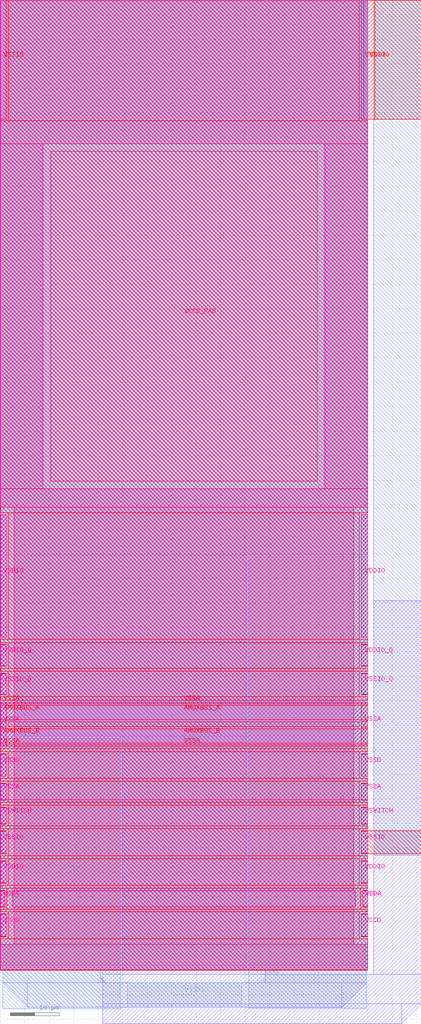
<source format=lef>
VERSION 5.7 ;
  NOWIREEXTENSIONATPIN ON ;
  DIVIDERCHAR "/" ;
  BUSBITCHARS "[]" ;
MACRO sky130_ef_io__vccd_lvc_clamped3_pad
  CLASS PAD POWER ;
  FOREIGN sky130_ef_io__vccd_lvc_clamped3_pad ;
  ORIGIN 0.000 0.000 ;
  SIZE 75.000 BY 197.965 ;
  PIN AMUXBUS_A
    DIRECTION INOUT ;
    USE SIGNAL ;
    PORT
      LAYER met4 ;
        RECT 0.000 51.090 75.000 54.070 ;
    END
    PORT
      LAYER met4 ;
        RECT 0.000 51.090 1.270 54.070 ;
    END
  END AMUXBUS_A
  PIN AMUXBUS_B
    DIRECTION INOUT ;
    USE SIGNAL ;
    PORT
      LAYER met4 ;
        RECT 0.000 46.330 75.000 49.310 ;
    END
    PORT
      LAYER met4 ;
        RECT 0.000 46.330 1.270 49.310 ;
    END
  END AMUXBUS_B
  PIN VCCD_PAD
    DIRECTION INOUT ;
    USE POWER ;
    PORT
      LAYER met5 ;
        RECT 10.270 99.865 64.670 167.130 ;
    END
  END VCCD_PAD
  PIN VSSA
    DIRECTION INOUT ;
    USE GROUND ;
    PORT
      LAYER met5 ;
        RECT 73.730 45.700 75.000 54.700 ;
    END
    PORT
      LAYER met5 ;
        RECT 73.730 34.805 75.000 38.050 ;
    END
    PORT
      LAYER met5 ;
        RECT 0.000 45.700 1.270 54.700 ;
    END
    PORT
      LAYER met5 ;
        RECT 0.000 34.805 1.270 38.050 ;
    END
    PORT
      LAYER met4 ;
        RECT 73.730 49.610 75.000 50.790 ;
    END
    PORT
      LAYER met4 ;
        RECT 0.000 54.370 75.000 54.700 ;
    END
    PORT
      LAYER met4 ;
        RECT 0.000 45.700 75.000 46.030 ;
    END
    PORT
      LAYER met4 ;
        RECT 73.730 34.700 75.000 38.150 ;
    END
    PORT
      LAYER met4 ;
        RECT 0.000 45.700 1.270 46.030 ;
    END
    PORT
      LAYER met4 ;
        RECT 0.000 49.610 1.270 50.790 ;
    END
    PORT
      LAYER met4 ;
        RECT 0.000 54.370 1.270 54.700 ;
    END
    PORT
      LAYER met4 ;
        RECT 0.000 34.700 1.270 38.150 ;
    END
  END VSSA
  PIN VDDA
    DIRECTION INOUT ;
    USE POWER ;
    PORT
      LAYER met5 ;
        RECT 74.035 13.000 75.000 16.250 ;
    END
    PORT
      LAYER met5 ;
        RECT 0.000 13.000 0.965 16.250 ;
    END
    PORT
      LAYER met4 ;
        RECT 74.035 12.900 75.000 16.350 ;
    END
    PORT
      LAYER met4 ;
        RECT 0.000 12.900 0.965 16.350 ;
    END
  END VDDA
  PIN VSWITCH
    DIRECTION INOUT ;
    USE POWER ;
    PORT
      LAYER met5 ;
        RECT 73.730 29.950 75.000 33.200 ;
    END
    PORT
      LAYER met5 ;
        RECT 0.000 29.950 1.270 33.200 ;
    END
    PORT
      LAYER met4 ;
        RECT 73.730 29.850 75.000 33.300 ;
    END
    PORT
      LAYER met4 ;
        RECT 0.000 29.850 1.270 33.300 ;
    END
  END VSWITCH
  PIN VDDIO_Q
    DIRECTION INOUT ;
    USE POWER ;
    PORT
      LAYER met5 ;
        RECT 73.730 62.150 75.000 66.400 ;
    END
    PORT
      LAYER met5 ;
        RECT 0.000 62.150 1.270 66.400 ;
    END
    PORT
      LAYER met4 ;
        RECT 73.730 62.050 75.000 66.500 ;
    END
    PORT
      LAYER met4 ;
        RECT 0.000 62.050 1.270 66.500 ;
    END
  END VDDIO_Q
  PIN VDDIO
    DIRECTION INOUT ;
    USE POWER ;
    PORT
      LAYER met5 ;
        RECT 73.730 68.000 75.000 92.950 ;
    END
    PORT
      LAYER met5 ;
        RECT 73.730 17.850 75.000 22.300 ;
    END
    PORT
      LAYER met5 ;
        RECT 0.000 68.000 1.270 92.950 ;
    END
    PORT
      LAYER met5 ;
        RECT 0.000 17.850 1.270 22.300 ;
    END
    PORT
      LAYER met4 ;
        RECT 73.730 17.750 75.000 22.400 ;
    END
    PORT
      LAYER met4 ;
        RECT 73.730 68.000 75.000 92.965 ;
    END
    PORT
      LAYER met4 ;
        RECT 0.000 17.750 1.270 22.400 ;
    END
    PORT
      LAYER met4 ;
        RECT 0.000 68.000 1.270 92.965 ;
    END
  END VDDIO
  PIN VCCD
    DIRECTION INOUT ;
    USE POWER ;
    PORT
      LAYER met5 ;
        RECT 73.730 6.950 75.000 11.400 ;
    END
    PORT
      LAYER met5 ;
        RECT 0.000 6.950 1.270 11.400 ;
    END
    PORT
      LAYER met4 ;
        RECT 73.730 6.850 75.000 11.500 ;
    END
    PORT
      LAYER met4 ;
        RECT 0.000 6.850 1.270 11.500 ;
    END
  END VCCD
  PIN VSSIO
    DIRECTION INOUT ;
    USE GROUND ;
    PORT
      LAYER met4 ;
        RECT 74.225 173.750 76.470 197.965 ;
    END
    PORT
      LAYER met4 ;
        RECT 0.000 173.750 1.205 197.965 ;
    END
    PORT
      LAYER met5 ;
        RECT 73.730 23.900 75.000 28.350 ;
    END
    PORT
      LAYER met5 ;
        RECT 0.000 23.900 1.270 28.350 ;
    END
    PORT
      LAYER met4 ;
        RECT 73.730 23.800 75.000 28.450 ;
    END
    PORT
      LAYER met4 ;
        RECT 73.730 173.750 75.000 197.965 ;
    END
    PORT
      LAYER met4 ;
        RECT 0.000 173.750 1.270 197.965 ;
    END
    PORT
      LAYER met4 ;
        RECT 0.000 23.800 1.270 28.450 ;
    END
  END VSSIO
  PIN VSSD
    DIRECTION INOUT ;
    USE GROUND ;
    PORT
      LAYER met5 ;
        RECT 73.730 39.650 75.000 44.100 ;
    END
    PORT
      LAYER met5 ;
        RECT 0.000 39.650 1.270 44.100 ;
    END
    PORT
      LAYER met4 ;
        RECT 73.730 39.550 75.000 44.200 ;
    END
    PORT
      LAYER met4 ;
        RECT 0.000 39.550 1.270 44.200 ;
    END
  END VSSD
  PIN VSSIO_Q
    DIRECTION INOUT ;
    USE GROUND ;
    PORT
      LAYER met5 ;
        RECT 73.730 56.300 75.000 60.550 ;
    END
    PORT
      LAYER met5 ;
        RECT 0.000 56.300 1.270 60.550 ;
    END
    PORT
      LAYER met4 ;
        RECT 73.730 56.200 75.000 60.650 ;
    END
    PORT
      LAYER met4 ;
        RECT 0.000 56.200 1.270 60.650 ;
    END
  END VSSIO_Q
  PIN VCCD1
    DIRECTION INOUT ;
    USE POWER ;
    PORT
      LAYER met3 ;
        RECT 0.500 -7.830 24.500 47.345 ;
    END
    PORT
      LAYER met3 ;
        RECT 50.755 -7.710 74.700 84.430 ;
    END
  END VCCD1
  PIN VSSD1
    DIRECTION INOUT ;
    USE GROUND ;
    PORT
      LAYER met3 ;
        RECT 25.950 -7.530 49.260 -2.510 ;
    END
  END VSSD1
  OBS
      LAYER li1 ;
        RECT 0.240 0.985 74.755 197.745 ;
      LAYER met1 ;
        RECT 0.120 0.000 75.000 197.805 ;
        RECT 16.655 -0.035 56.565 0.000 ;
        RECT 20.925 -0.780 56.565 -0.035 ;
        RECT 76.200 -0.780 85.935 75.385 ;
        RECT 20.925 -6.885 85.935 -0.780 ;
        RECT 20.925 -10.885 81.935 -6.885 ;
        POLYGON 81.935 -6.885 85.935 -6.885 81.935 -10.885 ;
      LAYER met2 ;
        RECT 0.490 0.000 75.000 197.965 ;
        RECT 76.200 23.425 85.935 197.965 ;
        RECT 0.490 -2.510 20.495 0.000 ;
        RECT 20.925 -0.035 53.535 0.000 ;
        POLYGON 20.495 -1.510 21.495 -2.510 20.495 -2.510 ;
        POLYGON 54.095 -1.510 54.095 -2.510 53.095 -2.510 ;
        RECT 54.095 -2.510 74.700 0.000 ;
        RECT 0.490 -2.560 74.700 -2.510 ;
        POLYGON 0.490 -2.560 5.490 -2.560 5.490 -7.560 ;
        RECT 5.490 -7.560 69.700 -2.560 ;
        POLYGON 69.700 -2.560 74.700 -2.560 69.700 -7.560 ;
      LAYER met3 ;
        RECT 0.490 84.830 75.000 197.965 ;
        RECT 76.200 173.750 85.935 197.965 ;
        RECT 0.490 47.745 50.355 84.830 ;
        RECT 0.490 -7.830 0.500 4.310 ;
        RECT 24.900 0.000 50.355 47.745 ;
        RECT 76.200 23.800 85.935 28.450 ;
        RECT 26.000 -0.035 36.880 0.000 ;
        RECT 38.380 -0.035 49.255 0.000 ;
      LAYER met4 ;
        RECT 1.670 173.350 73.330 197.965 ;
        RECT 76.470 173.750 85.935 197.965 ;
        RECT 0.000 93.365 75.000 173.350 ;
        RECT 1.670 67.600 73.330 93.365 ;
        RECT 0.000 66.900 75.000 67.600 ;
        RECT 1.670 61.650 73.330 66.900 ;
        RECT 0.000 61.050 75.000 61.650 ;
        RECT 1.670 55.800 73.330 61.050 ;
        RECT 0.000 55.100 75.000 55.800 ;
        RECT 1.670 49.710 73.330 50.690 ;
        RECT 0.000 44.600 75.000 45.300 ;
        RECT 1.670 39.150 73.330 44.600 ;
        RECT 0.000 38.550 75.000 39.150 ;
        RECT 1.670 34.300 73.330 38.550 ;
        RECT 0.000 33.700 75.000 34.300 ;
        RECT 1.670 29.450 73.330 33.700 ;
        RECT 0.000 28.850 75.000 29.450 ;
        RECT 1.670 23.400 73.330 28.850 ;
        RECT 75.000 23.800 85.935 28.450 ;
        RECT 0.000 22.800 75.000 23.400 ;
        RECT 1.670 17.350 73.330 22.800 ;
        RECT 0.000 16.750 75.000 17.350 ;
        RECT 1.365 12.500 73.635 16.750 ;
        RECT 0.000 11.900 75.000 12.500 ;
        RECT 1.670 6.450 73.330 11.900 ;
        RECT 0.000 0.000 75.000 6.450 ;
      LAYER met5 ;
        RECT 0.000 168.730 75.000 197.965 ;
        RECT 0.000 98.265 8.670 168.730 ;
        RECT 66.270 98.265 75.000 168.730 ;
        RECT 0.000 94.550 75.000 98.265 ;
        RECT 2.870 34.805 72.130 94.550 ;
        RECT 0.000 34.800 75.000 34.805 ;
        RECT 2.870 16.250 72.130 34.800 ;
        RECT 2.565 13.000 72.435 16.250 ;
        RECT 2.870 5.350 72.130 13.000 ;
        RECT 0.000 0.100 75.000 5.350 ;
  END
END sky130_ef_io__vccd_lvc_clamped3_pad
END LIBRARY


</source>
